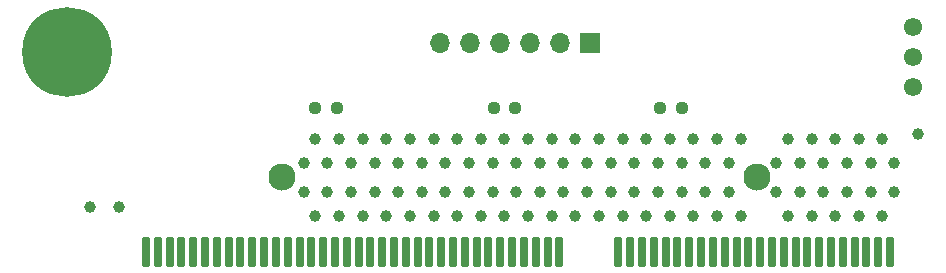
<source format=gbr>
%TF.GenerationSoftware,KiCad,Pcbnew,8.0.7*%
%TF.CreationDate,2025-04-01T17:38:45+03:00*%
%TF.ProjectId,RibbonRiser,52696262-6f6e-4526-9973-65722e6b6963,rev?*%
%TF.SameCoordinates,Original*%
%TF.FileFunction,Soldermask,Bot*%
%TF.FilePolarity,Negative*%
%FSLAX46Y46*%
G04 Gerber Fmt 4.6, Leading zero omitted, Abs format (unit mm)*
G04 Created by KiCad (PCBNEW 8.0.7) date 2025-04-01 17:38:45*
%MOMM*%
%LPD*%
G01*
G04 APERTURE LIST*
G04 Aperture macros list*
%AMRoundRect*
0 Rectangle with rounded corners*
0 $1 Rounding radius*
0 $2 $3 $4 $5 $6 $7 $8 $9 X,Y pos of 4 corners*
0 Add a 4 corners polygon primitive as box body*
4,1,4,$2,$3,$4,$5,$6,$7,$8,$9,$2,$3,0*
0 Add four circle primitives for the rounded corners*
1,1,$1+$1,$2,$3*
1,1,$1+$1,$4,$5*
1,1,$1+$1,$6,$7*
1,1,$1+$1,$8,$9*
0 Add four rect primitives between the rounded corners*
20,1,$1+$1,$2,$3,$4,$5,0*
20,1,$1+$1,$4,$5,$6,$7,0*
20,1,$1+$1,$6,$7,$8,$9,0*
20,1,$1+$1,$8,$9,$2,$3,0*%
G04 Aperture macros list end*
%ADD10C,1.550013*%
%ADD11R,1.700000X1.700000*%
%ADD12O,1.700000X1.700000*%
%ADD13C,2.300000*%
%ADD14C,1.000000*%
%ADD15C,4.700000*%
%ADD16C,7.600000*%
%ADD17RoundRect,0.237500X-0.250000X-0.237500X0.250000X-0.237500X0.250000X0.237500X-0.250000X0.237500X0*%
%ADD18RoundRect,0.187500X0.187500X1.062500X-0.187500X1.062500X-0.187500X-1.062500X0.187500X-1.062500X0*%
%ADD19RoundRect,0.237500X0.250000X0.237500X-0.250000X0.237500X-0.250000X-0.237500X0.250000X-0.237500X0*%
G04 APERTURE END LIST*
D10*
%TO.C,3P_FAN1*%
X150100000Y-126840005D03*
X150100000Y-124300000D03*
X150100000Y-121759995D03*
%TD*%
D11*
%TO.C,AUX1*%
X122780000Y-123050000D03*
D12*
X120240000Y-123050000D03*
X117700000Y-123050000D03*
X115160000Y-123050000D03*
X112620000Y-123050000D03*
X110080000Y-123050000D03*
%TD*%
D13*
%TO.C,J1*%
X136850013Y-134449809D03*
X96699898Y-134449809D03*
D14*
X148500000Y-135700000D03*
X147500000Y-137700000D03*
X146500000Y-135700000D03*
X145500000Y-137700000D03*
X144500000Y-135700000D03*
X143500000Y-137700000D03*
X142500000Y-135700000D03*
X141500000Y-137700000D03*
X140500000Y-135700000D03*
X139500000Y-137700000D03*
X138500000Y-135700000D03*
X135500000Y-137700000D03*
X134500000Y-135700000D03*
X133500000Y-137700000D03*
X132500000Y-135700000D03*
X131500000Y-137700000D03*
X130500000Y-135700000D03*
X129500000Y-137700000D03*
X128500000Y-135700000D03*
X127500000Y-137700000D03*
X126500000Y-135700000D03*
X125500000Y-137700000D03*
X124500000Y-135700000D03*
X123500000Y-137700000D03*
X122500000Y-135700000D03*
X121500000Y-137700000D03*
X120500000Y-135700000D03*
X119500000Y-137700000D03*
X118500000Y-135700000D03*
X117500000Y-137700000D03*
X116500000Y-135700000D03*
X115500000Y-137700000D03*
X114500000Y-135700000D03*
X113500000Y-137700000D03*
X112500000Y-135700000D03*
X111500000Y-137700000D03*
X110500000Y-135700000D03*
X109500000Y-137700000D03*
X108500000Y-135700000D03*
X107500000Y-137700000D03*
X106500000Y-135700000D03*
X105500000Y-137700000D03*
X104500000Y-135700000D03*
X103500000Y-137700000D03*
X102500000Y-135700000D03*
X101500000Y-137700000D03*
X100500000Y-135700000D03*
X99500000Y-137700000D03*
X98500000Y-135700000D03*
X148500000Y-133199872D03*
X147500000Y-131199872D03*
X146500000Y-133199872D03*
X145500000Y-131199872D03*
X144500000Y-133199872D03*
X143500000Y-131199872D03*
X142500000Y-133199872D03*
X141499746Y-131199872D03*
X140500000Y-133199872D03*
X139499746Y-131199872D03*
X138500000Y-133199872D03*
X135499746Y-131199872D03*
X134500000Y-133199872D03*
X133499746Y-131199872D03*
X132500000Y-133199872D03*
X131499746Y-131199872D03*
X130500000Y-133199872D03*
X129499746Y-131199872D03*
X128500000Y-133199872D03*
X127499746Y-131199872D03*
X126500000Y-133199872D03*
X125499746Y-131199872D03*
X124500000Y-133199872D03*
X123499746Y-131199872D03*
X122500000Y-133199872D03*
X121499746Y-131199872D03*
X120500000Y-133199872D03*
X119499746Y-131199872D03*
X118500000Y-133199872D03*
X117499746Y-131199872D03*
X116500000Y-133199872D03*
X115499746Y-131199872D03*
X114500000Y-133199872D03*
X113499746Y-131199872D03*
X112500000Y-133199872D03*
X111499746Y-131199872D03*
X110500000Y-133199872D03*
X109499746Y-131199872D03*
X108500000Y-133199872D03*
X107499746Y-131199872D03*
X106500000Y-133199872D03*
X105499746Y-131199872D03*
X104499746Y-133199872D03*
X103499746Y-131199872D03*
X102499746Y-133199872D03*
X101499746Y-131199872D03*
X100500000Y-133199872D03*
X99499746Y-131199872D03*
X98499746Y-133199872D03*
%TD*%
D15*
%TO.C,H1*%
X78500000Y-123800000D03*
D16*
X78500000Y-123800000D03*
%TD*%
D17*
%TO.C,R8*%
X128700000Y-128600000D03*
X130525000Y-128600000D03*
%TD*%
D14*
%TO.C,TP2*%
X80400000Y-137000000D03*
%TD*%
D17*
%TO.C,R7*%
X114575000Y-128600000D03*
X116400000Y-128600000D03*
%TD*%
D18*
%TO.C,J4*%
X85150000Y-140750000D03*
X86150000Y-140750000D03*
X87150000Y-140750000D03*
X88150000Y-140750000D03*
X89150000Y-140750000D03*
X90150000Y-140750000D03*
X91150000Y-140750000D03*
X92150000Y-140750000D03*
X93150000Y-140750000D03*
X94150000Y-140750000D03*
X95150000Y-140750000D03*
X96150000Y-140750000D03*
X97150000Y-140750000D03*
X98150000Y-140750000D03*
X99150000Y-140750000D03*
X100150000Y-140750000D03*
X101150000Y-140750000D03*
X102150000Y-140750000D03*
X103150000Y-140750000D03*
X104150000Y-140750000D03*
X105150000Y-140750000D03*
X106150000Y-140750000D03*
X107150000Y-140750000D03*
X108150000Y-140750000D03*
X109150000Y-140750000D03*
X110150000Y-140750000D03*
X111150000Y-140750000D03*
X112150000Y-140750000D03*
X113150000Y-140750000D03*
X114150000Y-140750000D03*
X115150000Y-140750000D03*
X116150000Y-140750000D03*
X117150000Y-140750000D03*
X118150000Y-140750000D03*
X119150000Y-140750000D03*
X120150000Y-140750000D03*
X125150000Y-140750000D03*
X126150000Y-140750000D03*
X127150000Y-140750000D03*
X128150000Y-140750000D03*
X129150000Y-140750000D03*
X130150000Y-140750000D03*
X131150000Y-140750000D03*
X132150000Y-140750000D03*
X133150000Y-140750000D03*
X134150000Y-140750000D03*
X135150000Y-140750000D03*
X136150000Y-140750000D03*
X137150000Y-140750000D03*
X138150000Y-140750000D03*
X139150000Y-140750000D03*
X140150000Y-140750000D03*
X141150000Y-140750000D03*
X142150000Y-140750000D03*
X143150000Y-140750000D03*
X144150000Y-140750000D03*
X145150000Y-140750000D03*
X146150000Y-140750000D03*
X147150000Y-140750000D03*
X148150000Y-140750000D03*
%TD*%
D14*
%TO.C,TP3*%
X82900000Y-137000000D03*
%TD*%
D19*
%TO.C,R2*%
X101300000Y-128600000D03*
X99475000Y-128600000D03*
%TD*%
D14*
%TO.C,TP1*%
X150500000Y-130800000D03*
%TD*%
M02*

</source>
